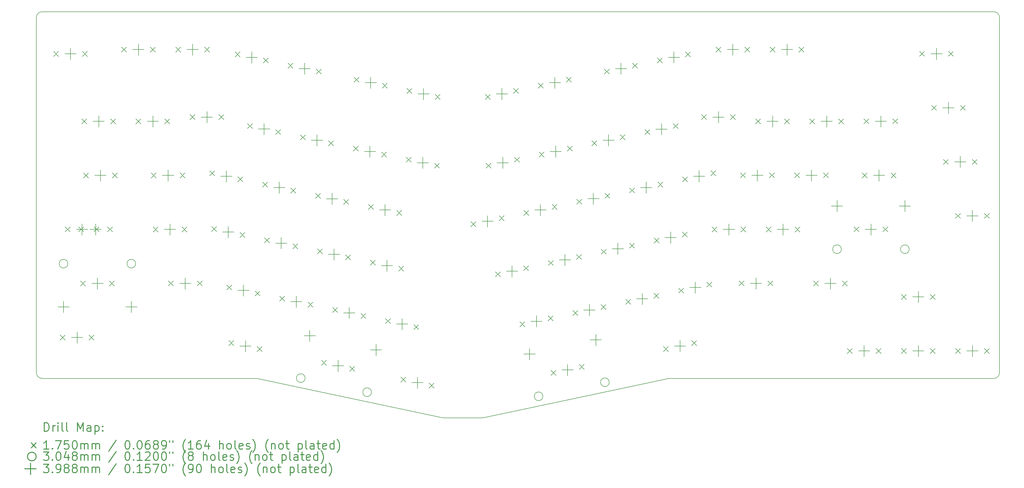
<source format=gbr>
%FSLAX45Y45*%
G04 Gerber Fmt 4.5, Leading zero omitted, Abs format (unit mm)*
G04 Created by KiCad (PCBNEW (5.1.10)-1) date 2021-09-23 19:07:07*
%MOMM*%
%LPD*%
G01*
G04 APERTURE LIST*
%TA.AperFunction,Profile*%
%ADD10C,0.150000*%
%TD*%
%ADD11C,0.200000*%
%ADD12C,0.300000*%
G04 APERTURE END LIST*
D10*
X36249995Y-15370750D02*
G75*
G03*
X36449995Y-15170750I0J200000D01*
G01*
X36249995Y-2443251D02*
G75*
G02*
X36449995Y-2643251I0J-200000D01*
G01*
X2741250Y-2443251D02*
G75*
G03*
X2541250Y-2643251I0J-200000D01*
G01*
X2741250Y-15370750D02*
G75*
G02*
X2541250Y-15170750I0J200000D01*
G01*
X18263000Y-16762523D02*
X24811000Y-15370750D01*
X16860000Y-16762523D02*
X18263000Y-16762523D01*
X10312670Y-15370750D02*
X16860000Y-16762523D01*
X24811000Y-15370750D02*
X36249995Y-15370750D01*
X2741250Y-15370750D02*
X10312670Y-15370750D01*
X2741250Y-2443251D02*
X36249995Y-2443251D01*
X36449995Y-2643251D02*
X36449995Y-15170750D01*
X2541250Y-2643251D02*
X2541250Y-15170750D01*
D11*
X3147190Y-3841880D02*
X3322190Y-4016880D01*
X3322190Y-3841880D02*
X3147190Y-4016880D01*
X3382140Y-13841860D02*
X3557140Y-14016860D01*
X3557140Y-13841860D02*
X3382140Y-14016860D01*
X3556130Y-10030590D02*
X3731130Y-10205590D01*
X3731130Y-10030590D02*
X3556130Y-10205590D01*
X4032380Y-10030590D02*
X4207380Y-10205590D01*
X4207380Y-10030590D02*
X4032380Y-10205590D01*
X4095880Y-11936860D02*
X4270880Y-12111860D01*
X4270880Y-11936860D02*
X4095880Y-12111860D01*
X4142870Y-6221860D02*
X4317870Y-6396860D01*
X4317870Y-6221860D02*
X4142870Y-6396860D01*
X4163190Y-3841880D02*
X4338190Y-4016880D01*
X4338190Y-3841880D02*
X4163190Y-4016880D01*
X4202560Y-8126860D02*
X4377560Y-8301860D01*
X4377560Y-8126860D02*
X4202560Y-8301860D01*
X4398140Y-13841860D02*
X4573140Y-14016860D01*
X4573140Y-13841860D02*
X4398140Y-14016860D01*
X4572130Y-10030590D02*
X4747130Y-10205590D01*
X4747130Y-10030590D02*
X4572130Y-10205590D01*
X5048380Y-10030590D02*
X5223380Y-10205590D01*
X5223380Y-10030590D02*
X5048380Y-10205590D01*
X5111880Y-11936860D02*
X5286880Y-12111860D01*
X5286880Y-11936860D02*
X5111880Y-12111860D01*
X5158870Y-6221860D02*
X5333870Y-6396860D01*
X5333870Y-6221860D02*
X5158870Y-6396860D01*
X5218560Y-8126860D02*
X5393560Y-8301860D01*
X5393560Y-8126860D02*
X5218560Y-8301860D01*
X5541140Y-3690750D02*
X5716140Y-3865750D01*
X5716140Y-3690750D02*
X5541140Y-3865750D01*
X6048337Y-6221860D02*
X6223337Y-6396860D01*
X6223337Y-6221860D02*
X6048337Y-6396860D01*
X6557140Y-3690750D02*
X6732140Y-3865750D01*
X6732140Y-3690750D02*
X6557140Y-3865750D01*
X6583810Y-8126860D02*
X6758810Y-8301860D01*
X6758810Y-8126860D02*
X6583810Y-8301860D01*
X6651120Y-10031860D02*
X6826120Y-10206860D01*
X6826120Y-10031860D02*
X6651120Y-10206860D01*
X7064337Y-6221860D02*
X7239337Y-6396860D01*
X7239337Y-6221860D02*
X7064337Y-6396860D01*
X7188330Y-11935590D02*
X7363330Y-12110590D01*
X7363330Y-11935590D02*
X7188330Y-12110590D01*
X7447410Y-3689480D02*
X7622410Y-3864480D01*
X7622410Y-3689480D02*
X7447410Y-3864480D01*
X7599810Y-8126860D02*
X7774810Y-8301860D01*
X7774810Y-8126860D02*
X7599810Y-8301860D01*
X7667120Y-10031860D02*
X7842120Y-10206860D01*
X7842120Y-10031860D02*
X7667120Y-10206860D01*
X7952870Y-6073270D02*
X8127870Y-6248270D01*
X8127870Y-6073270D02*
X7952870Y-6248270D01*
X8204330Y-11935590D02*
X8379330Y-12110590D01*
X8379330Y-11935590D02*
X8204330Y-12110590D01*
X8463410Y-3689480D02*
X8638410Y-3864480D01*
X8638410Y-3689480D02*
X8463410Y-3864480D01*
X8644691Y-8054261D02*
X8819691Y-8229261D01*
X8819691Y-8054261D02*
X8644691Y-8229261D01*
X8714541Y-10017681D02*
X8889541Y-10192681D01*
X8889541Y-10017681D02*
X8714541Y-10192681D01*
X8968870Y-6073270D02*
X9143870Y-6248270D01*
X9143870Y-6073270D02*
X8968870Y-6248270D01*
X9247941Y-12077621D02*
X9422941Y-12252621D01*
X9422941Y-12077621D02*
X9247941Y-12252621D01*
X9319061Y-14039771D02*
X9494061Y-14214771D01*
X9494061Y-14039771D02*
X9319061Y-14214771D01*
X9538771Y-3861991D02*
X9713771Y-4036991D01*
X9713771Y-3861991D02*
X9538771Y-4036991D01*
X9638489Y-8265499D02*
X9813489Y-8440499D01*
X9813489Y-8265499D02*
X9638489Y-8440499D01*
X9708339Y-10228919D02*
X9883339Y-10403919D01*
X9883339Y-10228919D02*
X9708339Y-10403919D01*
X9973111Y-6388021D02*
X10148111Y-6563021D01*
X10148111Y-6388021D02*
X9973111Y-6563021D01*
X10241739Y-12288859D02*
X10416739Y-12463859D01*
X10416739Y-12288859D02*
X10241739Y-12463859D01*
X10312859Y-14251009D02*
X10487859Y-14426009D01*
X10487859Y-14251009D02*
X10312859Y-14426009D01*
X10507781Y-8450501D02*
X10682781Y-8625501D01*
X10682781Y-8450501D02*
X10507781Y-8625501D01*
X10532569Y-4073229D02*
X10707569Y-4248229D01*
X10707569Y-4073229D02*
X10532569Y-4248229D01*
X10577631Y-10413921D02*
X10752631Y-10588921D01*
X10752631Y-10413921D02*
X10577631Y-10588921D01*
X10966909Y-6599259D02*
X11141909Y-6774259D01*
X11141909Y-6599259D02*
X10966909Y-6774259D01*
X11109761Y-12472591D02*
X11284761Y-12647591D01*
X11284761Y-12472591D02*
X11109761Y-12647591D01*
X11400591Y-4256961D02*
X11575591Y-4431961D01*
X11575591Y-4256961D02*
X11400591Y-4431961D01*
X11501579Y-8661739D02*
X11676579Y-8836739D01*
X11676579Y-8661739D02*
X11501579Y-8836739D01*
X11571429Y-10625159D02*
X11746429Y-10800159D01*
X11746429Y-10625159D02*
X11571429Y-10800159D01*
X11836201Y-6785531D02*
X12011201Y-6960531D01*
X12011201Y-6785531D02*
X11836201Y-6960531D01*
X12103559Y-12683829D02*
X12278559Y-12858829D01*
X12278559Y-12683829D02*
X12103559Y-12858829D01*
X12369601Y-8848011D02*
X12544601Y-9023011D01*
X12544601Y-8848011D02*
X12369601Y-9023011D01*
X12394389Y-4468199D02*
X12569389Y-4643199D01*
X12569389Y-4468199D02*
X12394389Y-4643199D01*
X12436911Y-10806351D02*
X12611911Y-10981351D01*
X12611911Y-10806351D02*
X12436911Y-10981351D01*
X12579151Y-14733191D02*
X12754151Y-14908191D01*
X12754151Y-14733191D02*
X12579151Y-14908191D01*
X12829999Y-6996769D02*
X13004999Y-7171769D01*
X13004999Y-6996769D02*
X12829999Y-7171769D01*
X12974121Y-12868831D02*
X13149121Y-13043831D01*
X13149121Y-12868831D02*
X12974121Y-13043831D01*
X13363399Y-9059249D02*
X13538399Y-9234249D01*
X13538399Y-9059249D02*
X13363399Y-9234249D01*
X13430709Y-11017589D02*
X13605709Y-11192589D01*
X13605709Y-11017589D02*
X13430709Y-11192589D01*
X13572949Y-14944429D02*
X13747949Y-15119429D01*
X13747949Y-14944429D02*
X13572949Y-15119429D01*
X13700561Y-7181771D02*
X13875561Y-7356771D01*
X13875561Y-7181771D02*
X13700561Y-7356771D01*
X13727231Y-4753531D02*
X13902231Y-4928531D01*
X13902231Y-4753531D02*
X13727231Y-4928531D01*
X13967919Y-13080069D02*
X14142919Y-13255069D01*
X14142919Y-13080069D02*
X13967919Y-13255069D01*
X14233961Y-9239171D02*
X14408961Y-9414171D01*
X14408961Y-9239171D02*
X14233961Y-9414171D01*
X14301271Y-11202591D02*
X14476271Y-11377591D01*
X14476271Y-11202591D02*
X14301271Y-11377591D01*
X14694359Y-7393009D02*
X14869359Y-7568009D01*
X14869359Y-7393009D02*
X14694359Y-7568009D01*
X14721029Y-4964769D02*
X14896029Y-5139769D01*
X14896029Y-4964769D02*
X14721029Y-5139769D01*
X14837211Y-13263801D02*
X15012211Y-13438801D01*
X15012211Y-13263801D02*
X14837211Y-13438801D01*
X15227759Y-9450409D02*
X15402759Y-9625409D01*
X15402759Y-9450409D02*
X15227759Y-9625409D01*
X15295069Y-11413829D02*
X15470069Y-11588829D01*
X15470069Y-11413829D02*
X15295069Y-11588829D01*
X15374421Y-15326281D02*
X15549421Y-15501281D01*
X15549421Y-15326281D02*
X15374421Y-15501281D01*
X15564921Y-7575471D02*
X15739921Y-7750471D01*
X15739921Y-7575471D02*
X15564921Y-7750471D01*
X15589051Y-5149771D02*
X15764051Y-5324771D01*
X15764051Y-5149771D02*
X15589051Y-5324771D01*
X15831009Y-13475039D02*
X16006009Y-13650039D01*
X16006009Y-13475039D02*
X15831009Y-13650039D01*
X16368219Y-15537519D02*
X16543219Y-15712519D01*
X16543219Y-15537519D02*
X16368219Y-15712519D01*
X16558719Y-7786709D02*
X16733719Y-7961709D01*
X16733719Y-7786709D02*
X16558719Y-7961709D01*
X16582849Y-5361009D02*
X16757849Y-5536009D01*
X16757849Y-5361009D02*
X16582849Y-5536009D01*
X17842031Y-9847919D02*
X18017031Y-10022919D01*
X18017031Y-9847919D02*
X17842031Y-10022919D01*
X18347491Y-5359739D02*
X18522491Y-5534739D01*
X18522491Y-5359739D02*
X18347491Y-5534739D01*
X18376701Y-7786709D02*
X18551701Y-7961709D01*
X18551701Y-7786709D02*
X18376701Y-7961709D01*
X18703091Y-11611949D02*
X18878091Y-11786949D01*
X18878091Y-11611949D02*
X18703091Y-11786949D01*
X18835829Y-9636681D02*
X19010829Y-9811681D01*
X19010829Y-9636681D02*
X18835829Y-9811681D01*
X19341289Y-5148501D02*
X19516289Y-5323501D01*
X19516289Y-5148501D02*
X19341289Y-5323501D01*
X19370499Y-7575471D02*
X19545499Y-7750471D01*
X19545499Y-7575471D02*
X19370499Y-7750471D01*
X19564151Y-13377249D02*
X19739151Y-13552249D01*
X19739151Y-13377249D02*
X19564151Y-13552249D01*
X19696889Y-11400711D02*
X19871889Y-11575711D01*
X19871889Y-11400711D02*
X19696889Y-11575711D01*
X19703851Y-9450409D02*
X19878851Y-9625409D01*
X19878851Y-9450409D02*
X19703851Y-9625409D01*
X20210581Y-4963499D02*
X20385581Y-5138499D01*
X20385581Y-4963499D02*
X20210581Y-5138499D01*
X20241061Y-7391739D02*
X20416061Y-7566739D01*
X20416061Y-7391739D02*
X20241061Y-7566739D01*
X20557949Y-13166011D02*
X20732949Y-13341011D01*
X20732949Y-13166011D02*
X20557949Y-13341011D01*
X20566181Y-11214439D02*
X20741181Y-11389439D01*
X20741181Y-11214439D02*
X20566181Y-11389439D01*
X20660161Y-15089209D02*
X20835161Y-15264209D01*
X20835161Y-15089209D02*
X20660161Y-15264209D01*
X20697649Y-9239171D02*
X20872649Y-9414171D01*
X20872649Y-9239171D02*
X20697649Y-9414171D01*
X21204379Y-4752261D02*
X21379379Y-4927261D01*
X21379379Y-4752261D02*
X21204379Y-4927261D01*
X21234859Y-7180501D02*
X21409859Y-7355501D01*
X21409859Y-7180501D02*
X21234859Y-7355501D01*
X21428511Y-12979739D02*
X21603511Y-13154739D01*
X21603511Y-12979739D02*
X21428511Y-13154739D01*
X21559979Y-11003201D02*
X21734979Y-11178201D01*
X21734979Y-11003201D02*
X21559979Y-11178201D01*
X21565671Y-9055439D02*
X21740671Y-9230439D01*
X21740671Y-9055439D02*
X21565671Y-9230439D01*
X21653959Y-14877971D02*
X21828959Y-15052971D01*
X21828959Y-14877971D02*
X21653959Y-15052971D01*
X22101611Y-6994229D02*
X22276611Y-7169229D01*
X22276611Y-6994229D02*
X22101611Y-7169229D01*
X22422309Y-12768501D02*
X22597309Y-12943501D01*
X22597309Y-12768501D02*
X22422309Y-12943501D01*
X22429271Y-10816929D02*
X22604271Y-10991929D01*
X22604271Y-10816929D02*
X22429271Y-10991929D01*
X22538491Y-4468199D02*
X22713491Y-4643199D01*
X22713491Y-4468199D02*
X22538491Y-4643199D01*
X22559469Y-8844201D02*
X22734469Y-9019201D01*
X22734469Y-8844201D02*
X22559469Y-9019201D01*
X23095409Y-6782991D02*
X23270409Y-6957991D01*
X23270409Y-6782991D02*
X23095409Y-6957991D01*
X23290331Y-12583499D02*
X23465331Y-12758499D01*
X23465331Y-12583499D02*
X23290331Y-12758499D01*
X23423069Y-10605691D02*
X23598069Y-10780691D01*
X23598069Y-10605691D02*
X23423069Y-10780691D01*
X23428761Y-8659199D02*
X23603761Y-8834199D01*
X23603761Y-8659199D02*
X23428761Y-8834199D01*
X23532289Y-4256961D02*
X23707289Y-4431961D01*
X23707289Y-4256961D02*
X23532289Y-4431961D01*
X23967241Y-6600529D02*
X24142241Y-6775529D01*
X24142241Y-6600529D02*
X23967241Y-6775529D01*
X24284129Y-12372261D02*
X24459129Y-12547261D01*
X24459129Y-12372261D02*
X24284129Y-12547261D01*
X24289821Y-10423229D02*
X24464821Y-10598229D01*
X24464821Y-10423229D02*
X24289821Y-10598229D01*
X24401581Y-4071959D02*
X24576581Y-4246959D01*
X24576581Y-4071959D02*
X24401581Y-4246959D01*
X24422559Y-8447961D02*
X24597559Y-8622961D01*
X24597559Y-8447961D02*
X24422559Y-8622961D01*
X24618751Y-14248469D02*
X24793751Y-14423469D01*
X24793751Y-14248469D02*
X24618751Y-14423469D01*
X24961039Y-6389291D02*
X25136039Y-6564291D01*
X25136039Y-6389291D02*
X24961039Y-6564291D01*
X25154691Y-12187259D02*
X25329691Y-12362259D01*
X25329691Y-12187259D02*
X25154691Y-12362259D01*
X25283619Y-10211991D02*
X25458619Y-10386991D01*
X25458619Y-10211991D02*
X25283619Y-10386991D01*
X25291851Y-8264229D02*
X25466851Y-8439229D01*
X25466851Y-8264229D02*
X25291851Y-8439229D01*
X25395379Y-3860721D02*
X25570379Y-4035721D01*
X25570379Y-3860721D02*
X25395379Y-4035721D01*
X25612549Y-14037231D02*
X25787549Y-14212231D01*
X25787549Y-14037231D02*
X25612549Y-14212231D01*
X25961470Y-6072000D02*
X26136470Y-6247000D01*
X26136470Y-6072000D02*
X25961470Y-6247000D01*
X26148489Y-11976021D02*
X26323489Y-12151021D01*
X26323489Y-11976021D02*
X26148489Y-12151021D01*
X26285649Y-8052991D02*
X26460649Y-8227991D01*
X26460649Y-8052991D02*
X26285649Y-8227991D01*
X26328500Y-10033130D02*
X26503500Y-10208130D01*
X26503500Y-10033130D02*
X26328500Y-10208130D01*
X26466930Y-3692020D02*
X26641930Y-3867020D01*
X26641930Y-3692020D02*
X26466930Y-3867020D01*
X26977470Y-6072000D02*
X27152470Y-6247000D01*
X27152470Y-6072000D02*
X26977470Y-6247000D01*
X27281000Y-11935590D02*
X27456000Y-12110590D01*
X27456000Y-11935590D02*
X27281000Y-12110590D01*
X27330530Y-8125590D02*
X27505530Y-8300590D01*
X27505530Y-8125590D02*
X27330530Y-8300590D01*
X27344500Y-10033130D02*
X27519500Y-10208130D01*
X27519500Y-10033130D02*
X27344500Y-10208130D01*
X27482930Y-3692020D02*
X27657930Y-3867020D01*
X27657930Y-3692020D02*
X27482930Y-3867020D01*
X27865200Y-6221860D02*
X28040200Y-6396860D01*
X28040200Y-6221860D02*
X27865200Y-6396860D01*
X28233500Y-10033130D02*
X28408500Y-10208130D01*
X28408500Y-10033130D02*
X28233500Y-10208130D01*
X28297000Y-11935590D02*
X28472000Y-12110590D01*
X28472000Y-11935590D02*
X28297000Y-12110590D01*
X28346530Y-8125590D02*
X28521530Y-8300590D01*
X28521530Y-8125590D02*
X28346530Y-8300590D01*
X28373200Y-3692020D02*
X28548200Y-3867020D01*
X28548200Y-3692020D02*
X28373200Y-3867020D01*
X28881200Y-6221860D02*
X29056200Y-6396860D01*
X29056200Y-6221860D02*
X28881200Y-6396860D01*
X29234260Y-8125590D02*
X29409260Y-8300590D01*
X29409260Y-8125590D02*
X29234260Y-8300590D01*
X29249500Y-10033130D02*
X29424500Y-10208130D01*
X29424500Y-10033130D02*
X29249500Y-10208130D01*
X29389200Y-3692020D02*
X29564200Y-3867020D01*
X29564200Y-3692020D02*
X29389200Y-3867020D01*
X29771470Y-6221860D02*
X29946470Y-6396860D01*
X29946470Y-6221860D02*
X29771470Y-6396860D01*
X29902280Y-11936860D02*
X30077280Y-12111860D01*
X30077280Y-11936860D02*
X29902280Y-12111860D01*
X30250260Y-8125590D02*
X30425260Y-8300590D01*
X30425260Y-8125590D02*
X30250260Y-8300590D01*
X30787470Y-6221860D02*
X30962470Y-6396860D01*
X30962470Y-6221860D02*
X30787470Y-6396860D01*
X30918280Y-11936860D02*
X31093280Y-12111860D01*
X31093280Y-11936860D02*
X30918280Y-12111860D01*
X31089730Y-14316840D02*
X31264730Y-14491840D01*
X31264730Y-14316840D02*
X31089730Y-14491840D01*
X31328490Y-10030590D02*
X31503490Y-10205590D01*
X31503490Y-10030590D02*
X31328490Y-10205590D01*
X31615510Y-8126860D02*
X31790510Y-8301860D01*
X31790510Y-8126860D02*
X31615510Y-8301860D01*
X31675200Y-6220590D02*
X31850200Y-6395590D01*
X31850200Y-6220590D02*
X31675200Y-6395590D01*
X32105730Y-14316840D02*
X32280730Y-14491840D01*
X32280730Y-14316840D02*
X32105730Y-14491840D01*
X32344490Y-10030590D02*
X32519490Y-10205590D01*
X32519490Y-10030590D02*
X32344490Y-10205590D01*
X32631510Y-8126860D02*
X32806510Y-8301860D01*
X32806510Y-8126860D02*
X32631510Y-8301860D01*
X32691200Y-6220590D02*
X32866200Y-6395590D01*
X32866200Y-6220590D02*
X32691200Y-6395590D01*
X32996000Y-12411840D02*
X33171000Y-12586840D01*
X33171000Y-12411840D02*
X32996000Y-12586840D01*
X32996000Y-14316840D02*
X33171000Y-14491840D01*
X33171000Y-14316840D02*
X32996000Y-14491840D01*
X33636080Y-3840610D02*
X33811080Y-4015610D01*
X33811080Y-3840610D02*
X33636080Y-4015610D01*
X34012000Y-12411840D02*
X34187000Y-12586840D01*
X34187000Y-12411840D02*
X34012000Y-12586840D01*
X34012000Y-14316840D02*
X34187000Y-14491840D01*
X34187000Y-14316840D02*
X34012000Y-14491840D01*
X34057720Y-5745610D02*
X34232720Y-5920610D01*
X34232720Y-5745610D02*
X34057720Y-5920610D01*
X34473010Y-7649340D02*
X34648010Y-7824340D01*
X34648010Y-7649340D02*
X34473010Y-7824340D01*
X34652080Y-3840610D02*
X34827080Y-4015610D01*
X34827080Y-3840610D02*
X34652080Y-4015610D01*
X34899730Y-9554340D02*
X35074730Y-9729340D01*
X35074730Y-9554340D02*
X34899730Y-9729340D01*
X34901000Y-14316840D02*
X35076000Y-14491840D01*
X35076000Y-14316840D02*
X34901000Y-14491840D01*
X35073720Y-5745610D02*
X35248720Y-5920610D01*
X35248720Y-5745610D02*
X35073720Y-5920610D01*
X35489010Y-7649340D02*
X35664010Y-7824340D01*
X35664010Y-7649340D02*
X35489010Y-7824340D01*
X35915730Y-9554340D02*
X36090730Y-9729340D01*
X36090730Y-9554340D02*
X35915730Y-9729340D01*
X35917000Y-14316840D02*
X36092000Y-14491840D01*
X36092000Y-14316840D02*
X35917000Y-14491840D01*
X3649980Y-11325860D02*
G75*
G03*
X3649980Y-11325860I-152400J0D01*
G01*
X6037580Y-11325860D02*
G75*
G03*
X6037580Y-11325860I-152400J0D01*
G01*
X12003011Y-15361341D02*
G75*
G03*
X12003011Y-15361341I-152400J0D01*
G01*
X14338436Y-15857751D02*
G75*
G03*
X14338436Y-15857751I-152400J0D01*
G01*
X20374474Y-16002531D02*
G75*
G03*
X20374474Y-16002531I-152400J0D01*
G01*
X22709899Y-15506121D02*
G75*
G03*
X22709899Y-15506121I-152400J0D01*
G01*
X30882590Y-10816590D02*
G75*
G03*
X30882590Y-10816590I-152400J0D01*
G01*
X33270190Y-10816590D02*
G75*
G03*
X33270190Y-10816590I-152400J0D01*
G01*
X3497580Y-12650470D02*
X3497580Y-13049250D01*
X3298190Y-12849860D02*
X3696970Y-12849860D01*
X3742690Y-3729990D02*
X3742690Y-4128770D01*
X3543300Y-3929380D02*
X3942080Y-3929380D01*
X3977640Y-13729970D02*
X3977640Y-14128750D01*
X3778250Y-13929360D02*
X4177030Y-13929360D01*
X4151630Y-9918700D02*
X4151630Y-10317480D01*
X3952240Y-10118090D02*
X4351020Y-10118090D01*
X4627880Y-9918700D02*
X4627880Y-10317480D01*
X4428490Y-10118090D02*
X4827270Y-10118090D01*
X4691380Y-11824970D02*
X4691380Y-12223750D01*
X4491990Y-12024360D02*
X4890770Y-12024360D01*
X4738370Y-6109970D02*
X4738370Y-6508750D01*
X4538980Y-6309360D02*
X4937760Y-6309360D01*
X4798060Y-8014970D02*
X4798060Y-8413750D01*
X4598670Y-8214360D02*
X4997450Y-8214360D01*
X5885180Y-12650470D02*
X5885180Y-13049250D01*
X5685790Y-12849860D02*
X6084570Y-12849860D01*
X6136640Y-3578860D02*
X6136640Y-3977640D01*
X5937250Y-3778250D02*
X6336030Y-3778250D01*
X6643837Y-6109970D02*
X6643837Y-6508750D01*
X6444447Y-6309360D02*
X6843227Y-6309360D01*
X7179310Y-8014970D02*
X7179310Y-8413750D01*
X6979920Y-8214360D02*
X7378700Y-8214360D01*
X7246620Y-9919970D02*
X7246620Y-10318750D01*
X7047230Y-10119360D02*
X7446010Y-10119360D01*
X7783830Y-11823700D02*
X7783830Y-12222480D01*
X7584440Y-12023090D02*
X7983220Y-12023090D01*
X8042910Y-3577590D02*
X8042910Y-3976370D01*
X7843520Y-3776980D02*
X8242300Y-3776980D01*
X8548370Y-5961380D02*
X8548370Y-6360160D01*
X8348980Y-6160770D02*
X8747760Y-6160770D01*
X9229090Y-8047990D02*
X9229090Y-8446770D01*
X9029700Y-8247380D02*
X9428480Y-8247380D01*
X9298940Y-10011410D02*
X9298940Y-10410190D01*
X9099550Y-10210800D02*
X9498330Y-10210800D01*
X9832340Y-12071350D02*
X9832340Y-12470130D01*
X9632950Y-12270740D02*
X10031730Y-12270740D01*
X9903460Y-14033500D02*
X9903460Y-14432280D01*
X9704070Y-14232890D02*
X10102850Y-14232890D01*
X10123170Y-3855720D02*
X10123170Y-4254500D01*
X9923780Y-4055110D02*
X10322560Y-4055110D01*
X10557510Y-6381750D02*
X10557510Y-6780530D01*
X10358120Y-6581140D02*
X10756900Y-6581140D01*
X11092180Y-8444230D02*
X11092180Y-8843010D01*
X10892790Y-8643620D02*
X11291570Y-8643620D01*
X11162030Y-10407650D02*
X11162030Y-10806430D01*
X10962640Y-10607040D02*
X11361420Y-10607040D01*
X11694160Y-12466320D02*
X11694160Y-12865100D01*
X11494770Y-12665710D02*
X11893550Y-12665710D01*
X11984990Y-4250690D02*
X11984990Y-4649470D01*
X11785600Y-4450080D02*
X12184380Y-4450080D01*
X12167468Y-13671254D02*
X12167468Y-14070034D01*
X11968078Y-13870644D02*
X12366858Y-13870644D01*
X12420600Y-6779260D02*
X12420600Y-7178040D01*
X12221210Y-6978650D02*
X12619990Y-6978650D01*
X12954000Y-8841740D02*
X12954000Y-9240520D01*
X12754610Y-9041130D02*
X13153390Y-9041130D01*
X13021310Y-10800080D02*
X13021310Y-11198860D01*
X12821920Y-10999470D02*
X13220700Y-10999470D01*
X13163550Y-14726920D02*
X13163550Y-15125700D01*
X12964160Y-14926310D02*
X13362940Y-14926310D01*
X13558520Y-12862560D02*
X13558520Y-13261340D01*
X13359130Y-13061950D02*
X13757910Y-13061950D01*
X14284960Y-7175500D02*
X14284960Y-7574280D01*
X14085570Y-7374890D02*
X14484350Y-7374890D01*
X14311630Y-4747260D02*
X14311630Y-5146040D01*
X14112240Y-4946650D02*
X14511020Y-4946650D01*
X14502894Y-14167664D02*
X14502894Y-14566444D01*
X14303504Y-14367054D02*
X14702284Y-14367054D01*
X14818360Y-9232900D02*
X14818360Y-9631680D01*
X14618970Y-9432290D02*
X15017750Y-9432290D01*
X14885670Y-11196320D02*
X14885670Y-11595100D01*
X14686280Y-11395710D02*
X15085060Y-11395710D01*
X15421610Y-13257530D02*
X15421610Y-13656310D01*
X15222220Y-13456920D02*
X15621000Y-13456920D01*
X15958820Y-15320010D02*
X15958820Y-15718790D01*
X15759430Y-15519400D02*
X16158210Y-15519400D01*
X16149320Y-7569200D02*
X16149320Y-7967980D01*
X15949930Y-7768590D02*
X16348710Y-7768590D01*
X16173450Y-5143500D02*
X16173450Y-5542280D01*
X15974060Y-5342890D02*
X16372840Y-5342890D01*
X18426430Y-9630410D02*
X18426430Y-10029190D01*
X18227040Y-9829800D02*
X18625820Y-9829800D01*
X18931890Y-5142230D02*
X18931890Y-5541010D01*
X18732500Y-5341620D02*
X19131280Y-5341620D01*
X18961100Y-7569200D02*
X18961100Y-7967980D01*
X18761710Y-7768590D02*
X19160490Y-7768590D01*
X19287490Y-11394440D02*
X19287490Y-11793220D01*
X19088100Y-11593830D02*
X19486880Y-11593830D01*
X19905216Y-14312444D02*
X19905216Y-14711224D01*
X19705826Y-14511834D02*
X20104606Y-14511834D01*
X20148550Y-13159740D02*
X20148550Y-13558520D01*
X19949160Y-13359130D02*
X20347940Y-13359130D01*
X20288250Y-9232900D02*
X20288250Y-9631680D01*
X20088860Y-9432290D02*
X20487640Y-9432290D01*
X20794980Y-4745990D02*
X20794980Y-5144770D01*
X20595590Y-4945380D02*
X20994370Y-4945380D01*
X20825460Y-7174230D02*
X20825460Y-7573010D01*
X20626070Y-7373620D02*
X21024850Y-7373620D01*
X21150580Y-10996930D02*
X21150580Y-11395710D01*
X20951190Y-11196320D02*
X21349970Y-11196320D01*
X21244560Y-14871700D02*
X21244560Y-15270480D01*
X21045170Y-15071090D02*
X21443950Y-15071090D01*
X22012910Y-12762230D02*
X22012910Y-13161010D01*
X21813520Y-12961620D02*
X22212300Y-12961620D01*
X22150070Y-8837930D02*
X22150070Y-9236710D01*
X21950680Y-9037320D02*
X22349460Y-9037320D01*
X22240642Y-13816034D02*
X22240642Y-14214814D01*
X22041252Y-14015424D02*
X22440031Y-14015424D01*
X22686010Y-6776720D02*
X22686010Y-7175500D01*
X22486620Y-6976110D02*
X22885400Y-6976110D01*
X23013670Y-10599420D02*
X23013670Y-10998200D01*
X22814280Y-10798810D02*
X23213060Y-10798810D01*
X23122890Y-4250690D02*
X23122890Y-4649470D01*
X22923500Y-4450080D02*
X23322280Y-4450080D01*
X23874730Y-12365990D02*
X23874730Y-12764770D01*
X23675340Y-12565380D02*
X24074120Y-12565380D01*
X24013160Y-8441690D02*
X24013160Y-8840470D01*
X23813770Y-8641080D02*
X24212550Y-8641080D01*
X24551640Y-6383020D02*
X24551640Y-6781800D01*
X24352250Y-6582410D02*
X24751030Y-6582410D01*
X24874220Y-10205720D02*
X24874220Y-10604500D01*
X24674830Y-10405110D02*
X25073610Y-10405110D01*
X24985980Y-3854450D02*
X24985980Y-4253230D01*
X24786590Y-4053840D02*
X25185370Y-4053840D01*
X25203150Y-14030960D02*
X25203150Y-14429740D01*
X25003760Y-14230350D02*
X25402540Y-14230350D01*
X25739090Y-11969750D02*
X25739090Y-12368530D01*
X25539700Y-12169140D02*
X25938480Y-12169140D01*
X25876250Y-8046720D02*
X25876250Y-8445500D01*
X25676860Y-8246110D02*
X26075640Y-8246110D01*
X26556970Y-5960110D02*
X26556970Y-6358890D01*
X26357580Y-6159500D02*
X26756360Y-6159500D01*
X26924000Y-9921240D02*
X26924000Y-10320020D01*
X26724610Y-10120630D02*
X27123390Y-10120630D01*
X27062430Y-3580130D02*
X27062430Y-3978910D01*
X26863040Y-3779520D02*
X27261820Y-3779520D01*
X27876500Y-11823700D02*
X27876500Y-12222480D01*
X27677110Y-12023090D02*
X28075890Y-12023090D01*
X27926030Y-8013700D02*
X27926030Y-8412480D01*
X27726640Y-8213090D02*
X28125420Y-8213090D01*
X28460700Y-6109970D02*
X28460700Y-6508750D01*
X28261310Y-6309360D02*
X28660090Y-6309360D01*
X28829000Y-9921240D02*
X28829000Y-10320020D01*
X28629610Y-10120630D02*
X29028390Y-10120630D01*
X28968700Y-3580130D02*
X28968700Y-3978910D01*
X28769310Y-3779520D02*
X29168090Y-3779520D01*
X29829760Y-8013700D02*
X29829760Y-8412480D01*
X29630370Y-8213090D02*
X30029150Y-8213090D01*
X30366970Y-6109970D02*
X30366970Y-6508750D01*
X30167580Y-6309360D02*
X30566360Y-6309360D01*
X30497780Y-11824970D02*
X30497780Y-12223750D01*
X30298390Y-12024360D02*
X30697170Y-12024360D01*
X30730190Y-9093200D02*
X30730190Y-9491980D01*
X30530800Y-9292590D02*
X30929580Y-9292590D01*
X31685230Y-14204950D02*
X31685230Y-14603730D01*
X31485840Y-14404340D02*
X31884620Y-14404340D01*
X31923990Y-9918700D02*
X31923990Y-10317480D01*
X31724600Y-10118090D02*
X32123380Y-10118090D01*
X32211010Y-8014970D02*
X32211010Y-8413750D01*
X32011620Y-8214360D02*
X32410400Y-8214360D01*
X32270700Y-6108700D02*
X32270700Y-6507480D01*
X32071310Y-6308090D02*
X32470090Y-6308090D01*
X33117790Y-9093200D02*
X33117790Y-9491980D01*
X32918400Y-9292590D02*
X33317180Y-9292590D01*
X33591500Y-12299950D02*
X33591500Y-12698730D01*
X33392110Y-12499340D02*
X33790890Y-12499340D01*
X33591500Y-14204950D02*
X33591500Y-14603730D01*
X33392110Y-14404340D02*
X33790890Y-14404340D01*
X34231580Y-3728720D02*
X34231580Y-4127500D01*
X34032190Y-3928110D02*
X34430970Y-3928110D01*
X34653220Y-5633720D02*
X34653220Y-6032500D01*
X34453830Y-5833110D02*
X34852610Y-5833110D01*
X35068510Y-7537450D02*
X35068510Y-7936230D01*
X34869120Y-7736840D02*
X35267900Y-7736840D01*
X35495230Y-9442450D02*
X35495230Y-9841230D01*
X35295840Y-9641840D02*
X35694620Y-9641840D01*
X35496500Y-14204950D02*
X35496500Y-14603730D01*
X35297110Y-14404340D02*
X35695890Y-14404340D01*
D12*
X2820178Y-17235738D02*
X2820178Y-16935738D01*
X2891607Y-16935738D01*
X2934464Y-16950023D01*
X2963036Y-16978595D01*
X2977321Y-17007166D01*
X2991607Y-17064309D01*
X2991607Y-17107166D01*
X2977321Y-17164309D01*
X2963036Y-17192880D01*
X2934464Y-17221452D01*
X2891607Y-17235738D01*
X2820178Y-17235738D01*
X3120178Y-17235738D02*
X3120178Y-17035738D01*
X3120178Y-17092880D02*
X3134464Y-17064309D01*
X3148750Y-17050023D01*
X3177321Y-17035738D01*
X3205893Y-17035738D01*
X3305893Y-17235738D02*
X3305893Y-17035738D01*
X3305893Y-16935738D02*
X3291607Y-16950023D01*
X3305893Y-16964309D01*
X3320178Y-16950023D01*
X3305893Y-16935738D01*
X3305893Y-16964309D01*
X3491607Y-17235738D02*
X3463036Y-17221452D01*
X3448750Y-17192880D01*
X3448750Y-16935738D01*
X3648750Y-17235738D02*
X3620178Y-17221452D01*
X3605893Y-17192880D01*
X3605893Y-16935738D01*
X3991607Y-17235738D02*
X3991607Y-16935738D01*
X4091607Y-17150023D01*
X4191607Y-16935738D01*
X4191607Y-17235738D01*
X4463036Y-17235738D02*
X4463036Y-17078595D01*
X4448750Y-17050023D01*
X4420178Y-17035738D01*
X4363036Y-17035738D01*
X4334464Y-17050023D01*
X4463036Y-17221452D02*
X4434464Y-17235738D01*
X4363036Y-17235738D01*
X4334464Y-17221452D01*
X4320178Y-17192880D01*
X4320178Y-17164309D01*
X4334464Y-17135738D01*
X4363036Y-17121452D01*
X4434464Y-17121452D01*
X4463036Y-17107166D01*
X4605893Y-17035738D02*
X4605893Y-17335738D01*
X4605893Y-17050023D02*
X4634464Y-17035738D01*
X4691607Y-17035738D01*
X4720178Y-17050023D01*
X4734464Y-17064309D01*
X4748750Y-17092880D01*
X4748750Y-17178595D01*
X4734464Y-17207166D01*
X4720178Y-17221452D01*
X4691607Y-17235738D01*
X4634464Y-17235738D01*
X4605893Y-17221452D01*
X4877321Y-17207166D02*
X4891607Y-17221452D01*
X4877321Y-17235738D01*
X4863036Y-17221452D01*
X4877321Y-17207166D01*
X4877321Y-17235738D01*
X4877321Y-17050023D02*
X4891607Y-17064309D01*
X4877321Y-17078595D01*
X4863036Y-17064309D01*
X4877321Y-17050023D01*
X4877321Y-17078595D01*
X2358750Y-17642523D02*
X2533750Y-17817523D01*
X2533750Y-17642523D02*
X2358750Y-17817523D01*
X2977321Y-17865738D02*
X2805893Y-17865738D01*
X2891607Y-17865738D02*
X2891607Y-17565738D01*
X2863036Y-17608595D01*
X2834464Y-17637166D01*
X2805893Y-17651452D01*
X3105893Y-17837166D02*
X3120178Y-17851452D01*
X3105893Y-17865738D01*
X3091607Y-17851452D01*
X3105893Y-17837166D01*
X3105893Y-17865738D01*
X3220178Y-17565738D02*
X3420178Y-17565738D01*
X3291607Y-17865738D01*
X3677321Y-17565738D02*
X3534464Y-17565738D01*
X3520178Y-17708595D01*
X3534464Y-17694309D01*
X3563036Y-17680023D01*
X3634464Y-17680023D01*
X3663036Y-17694309D01*
X3677321Y-17708595D01*
X3691607Y-17737166D01*
X3691607Y-17808595D01*
X3677321Y-17837166D01*
X3663036Y-17851452D01*
X3634464Y-17865738D01*
X3563036Y-17865738D01*
X3534464Y-17851452D01*
X3520178Y-17837166D01*
X3877321Y-17565738D02*
X3905893Y-17565738D01*
X3934464Y-17580023D01*
X3948750Y-17594309D01*
X3963036Y-17622880D01*
X3977321Y-17680023D01*
X3977321Y-17751452D01*
X3963036Y-17808595D01*
X3948750Y-17837166D01*
X3934464Y-17851452D01*
X3905893Y-17865738D01*
X3877321Y-17865738D01*
X3848750Y-17851452D01*
X3834464Y-17837166D01*
X3820178Y-17808595D01*
X3805893Y-17751452D01*
X3805893Y-17680023D01*
X3820178Y-17622880D01*
X3834464Y-17594309D01*
X3848750Y-17580023D01*
X3877321Y-17565738D01*
X4105893Y-17865738D02*
X4105893Y-17665738D01*
X4105893Y-17694309D02*
X4120178Y-17680023D01*
X4148750Y-17665738D01*
X4191607Y-17665738D01*
X4220178Y-17680023D01*
X4234464Y-17708595D01*
X4234464Y-17865738D01*
X4234464Y-17708595D02*
X4248750Y-17680023D01*
X4277321Y-17665738D01*
X4320178Y-17665738D01*
X4348750Y-17680023D01*
X4363036Y-17708595D01*
X4363036Y-17865738D01*
X4505893Y-17865738D02*
X4505893Y-17665738D01*
X4505893Y-17694309D02*
X4520178Y-17680023D01*
X4548750Y-17665738D01*
X4591607Y-17665738D01*
X4620178Y-17680023D01*
X4634464Y-17708595D01*
X4634464Y-17865738D01*
X4634464Y-17708595D02*
X4648750Y-17680023D01*
X4677321Y-17665738D01*
X4720178Y-17665738D01*
X4748750Y-17680023D01*
X4763036Y-17708595D01*
X4763036Y-17865738D01*
X5348750Y-17551452D02*
X5091607Y-17937166D01*
X5734464Y-17565738D02*
X5763036Y-17565738D01*
X5791607Y-17580023D01*
X5805893Y-17594309D01*
X5820178Y-17622880D01*
X5834464Y-17680023D01*
X5834464Y-17751452D01*
X5820178Y-17808595D01*
X5805893Y-17837166D01*
X5791607Y-17851452D01*
X5763036Y-17865738D01*
X5734464Y-17865738D01*
X5705893Y-17851452D01*
X5691607Y-17837166D01*
X5677321Y-17808595D01*
X5663036Y-17751452D01*
X5663036Y-17680023D01*
X5677321Y-17622880D01*
X5691607Y-17594309D01*
X5705893Y-17580023D01*
X5734464Y-17565738D01*
X5963036Y-17837166D02*
X5977321Y-17851452D01*
X5963036Y-17865738D01*
X5948750Y-17851452D01*
X5963036Y-17837166D01*
X5963036Y-17865738D01*
X6163036Y-17565738D02*
X6191607Y-17565738D01*
X6220178Y-17580023D01*
X6234464Y-17594309D01*
X6248750Y-17622880D01*
X6263036Y-17680023D01*
X6263036Y-17751452D01*
X6248750Y-17808595D01*
X6234464Y-17837166D01*
X6220178Y-17851452D01*
X6191607Y-17865738D01*
X6163036Y-17865738D01*
X6134464Y-17851452D01*
X6120178Y-17837166D01*
X6105893Y-17808595D01*
X6091607Y-17751452D01*
X6091607Y-17680023D01*
X6105893Y-17622880D01*
X6120178Y-17594309D01*
X6134464Y-17580023D01*
X6163036Y-17565738D01*
X6520178Y-17565738D02*
X6463036Y-17565738D01*
X6434464Y-17580023D01*
X6420178Y-17594309D01*
X6391607Y-17637166D01*
X6377321Y-17694309D01*
X6377321Y-17808595D01*
X6391607Y-17837166D01*
X6405893Y-17851452D01*
X6434464Y-17865738D01*
X6491607Y-17865738D01*
X6520178Y-17851452D01*
X6534464Y-17837166D01*
X6548750Y-17808595D01*
X6548750Y-17737166D01*
X6534464Y-17708595D01*
X6520178Y-17694309D01*
X6491607Y-17680023D01*
X6434464Y-17680023D01*
X6405893Y-17694309D01*
X6391607Y-17708595D01*
X6377321Y-17737166D01*
X6720178Y-17694309D02*
X6691607Y-17680023D01*
X6677321Y-17665738D01*
X6663036Y-17637166D01*
X6663036Y-17622880D01*
X6677321Y-17594309D01*
X6691607Y-17580023D01*
X6720178Y-17565738D01*
X6777321Y-17565738D01*
X6805893Y-17580023D01*
X6820178Y-17594309D01*
X6834464Y-17622880D01*
X6834464Y-17637166D01*
X6820178Y-17665738D01*
X6805893Y-17680023D01*
X6777321Y-17694309D01*
X6720178Y-17694309D01*
X6691607Y-17708595D01*
X6677321Y-17722880D01*
X6663036Y-17751452D01*
X6663036Y-17808595D01*
X6677321Y-17837166D01*
X6691607Y-17851452D01*
X6720178Y-17865738D01*
X6777321Y-17865738D01*
X6805893Y-17851452D01*
X6820178Y-17837166D01*
X6834464Y-17808595D01*
X6834464Y-17751452D01*
X6820178Y-17722880D01*
X6805893Y-17708595D01*
X6777321Y-17694309D01*
X6977321Y-17865738D02*
X7034464Y-17865738D01*
X7063036Y-17851452D01*
X7077321Y-17837166D01*
X7105893Y-17794309D01*
X7120178Y-17737166D01*
X7120178Y-17622880D01*
X7105893Y-17594309D01*
X7091607Y-17580023D01*
X7063036Y-17565738D01*
X7005893Y-17565738D01*
X6977321Y-17580023D01*
X6963036Y-17594309D01*
X6948750Y-17622880D01*
X6948750Y-17694309D01*
X6963036Y-17722880D01*
X6977321Y-17737166D01*
X7005893Y-17751452D01*
X7063036Y-17751452D01*
X7091607Y-17737166D01*
X7105893Y-17722880D01*
X7120178Y-17694309D01*
X7234464Y-17565738D02*
X7234464Y-17622880D01*
X7348750Y-17565738D02*
X7348750Y-17622880D01*
X7791607Y-17980023D02*
X7777321Y-17965738D01*
X7748750Y-17922880D01*
X7734464Y-17894309D01*
X7720178Y-17851452D01*
X7705893Y-17780023D01*
X7705893Y-17722880D01*
X7720178Y-17651452D01*
X7734464Y-17608595D01*
X7748750Y-17580023D01*
X7777321Y-17537166D01*
X7791607Y-17522880D01*
X8063036Y-17865738D02*
X7891607Y-17865738D01*
X7977321Y-17865738D02*
X7977321Y-17565738D01*
X7948750Y-17608595D01*
X7920178Y-17637166D01*
X7891607Y-17651452D01*
X8320178Y-17565738D02*
X8263036Y-17565738D01*
X8234464Y-17580023D01*
X8220178Y-17594309D01*
X8191607Y-17637166D01*
X8177321Y-17694309D01*
X8177321Y-17808595D01*
X8191607Y-17837166D01*
X8205893Y-17851452D01*
X8234464Y-17865738D01*
X8291607Y-17865738D01*
X8320178Y-17851452D01*
X8334464Y-17837166D01*
X8348750Y-17808595D01*
X8348750Y-17737166D01*
X8334464Y-17708595D01*
X8320178Y-17694309D01*
X8291607Y-17680023D01*
X8234464Y-17680023D01*
X8205893Y-17694309D01*
X8191607Y-17708595D01*
X8177321Y-17737166D01*
X8605893Y-17665738D02*
X8605893Y-17865738D01*
X8534464Y-17551452D02*
X8463036Y-17765738D01*
X8648750Y-17765738D01*
X8991607Y-17865738D02*
X8991607Y-17565738D01*
X9120178Y-17865738D02*
X9120178Y-17708595D01*
X9105893Y-17680023D01*
X9077321Y-17665738D01*
X9034464Y-17665738D01*
X9005893Y-17680023D01*
X8991607Y-17694309D01*
X9305893Y-17865738D02*
X9277321Y-17851452D01*
X9263036Y-17837166D01*
X9248750Y-17808595D01*
X9248750Y-17722880D01*
X9263036Y-17694309D01*
X9277321Y-17680023D01*
X9305893Y-17665738D01*
X9348750Y-17665738D01*
X9377321Y-17680023D01*
X9391607Y-17694309D01*
X9405893Y-17722880D01*
X9405893Y-17808595D01*
X9391607Y-17837166D01*
X9377321Y-17851452D01*
X9348750Y-17865738D01*
X9305893Y-17865738D01*
X9577321Y-17865738D02*
X9548750Y-17851452D01*
X9534464Y-17822880D01*
X9534464Y-17565738D01*
X9805893Y-17851452D02*
X9777321Y-17865738D01*
X9720178Y-17865738D01*
X9691607Y-17851452D01*
X9677321Y-17822880D01*
X9677321Y-17708595D01*
X9691607Y-17680023D01*
X9720178Y-17665738D01*
X9777321Y-17665738D01*
X9805893Y-17680023D01*
X9820178Y-17708595D01*
X9820178Y-17737166D01*
X9677321Y-17765738D01*
X9934464Y-17851452D02*
X9963036Y-17865738D01*
X10020178Y-17865738D01*
X10048750Y-17851452D01*
X10063036Y-17822880D01*
X10063036Y-17808595D01*
X10048750Y-17780023D01*
X10020178Y-17765738D01*
X9977321Y-17765738D01*
X9948750Y-17751452D01*
X9934464Y-17722880D01*
X9934464Y-17708595D01*
X9948750Y-17680023D01*
X9977321Y-17665738D01*
X10020178Y-17665738D01*
X10048750Y-17680023D01*
X10163036Y-17980023D02*
X10177321Y-17965738D01*
X10205893Y-17922880D01*
X10220178Y-17894309D01*
X10234464Y-17851452D01*
X10248750Y-17780023D01*
X10248750Y-17722880D01*
X10234464Y-17651452D01*
X10220178Y-17608595D01*
X10205893Y-17580023D01*
X10177321Y-17537166D01*
X10163036Y-17522880D01*
X10705893Y-17980023D02*
X10691607Y-17965738D01*
X10663036Y-17922880D01*
X10648750Y-17894309D01*
X10634464Y-17851452D01*
X10620178Y-17780023D01*
X10620178Y-17722880D01*
X10634464Y-17651452D01*
X10648750Y-17608595D01*
X10663036Y-17580023D01*
X10691607Y-17537166D01*
X10705893Y-17522880D01*
X10820178Y-17665738D02*
X10820178Y-17865738D01*
X10820178Y-17694309D02*
X10834464Y-17680023D01*
X10863036Y-17665738D01*
X10905893Y-17665738D01*
X10934464Y-17680023D01*
X10948750Y-17708595D01*
X10948750Y-17865738D01*
X11134464Y-17865738D02*
X11105893Y-17851452D01*
X11091607Y-17837166D01*
X11077321Y-17808595D01*
X11077321Y-17722880D01*
X11091607Y-17694309D01*
X11105893Y-17680023D01*
X11134464Y-17665738D01*
X11177321Y-17665738D01*
X11205893Y-17680023D01*
X11220178Y-17694309D01*
X11234464Y-17722880D01*
X11234464Y-17808595D01*
X11220178Y-17837166D01*
X11205893Y-17851452D01*
X11177321Y-17865738D01*
X11134464Y-17865738D01*
X11320178Y-17665738D02*
X11434464Y-17665738D01*
X11363036Y-17565738D02*
X11363036Y-17822880D01*
X11377321Y-17851452D01*
X11405893Y-17865738D01*
X11434464Y-17865738D01*
X11763036Y-17665738D02*
X11763036Y-17965738D01*
X11763036Y-17680023D02*
X11791607Y-17665738D01*
X11848750Y-17665738D01*
X11877321Y-17680023D01*
X11891607Y-17694309D01*
X11905893Y-17722880D01*
X11905893Y-17808595D01*
X11891607Y-17837166D01*
X11877321Y-17851452D01*
X11848750Y-17865738D01*
X11791607Y-17865738D01*
X11763036Y-17851452D01*
X12077321Y-17865738D02*
X12048750Y-17851452D01*
X12034464Y-17822880D01*
X12034464Y-17565738D01*
X12320178Y-17865738D02*
X12320178Y-17708595D01*
X12305893Y-17680023D01*
X12277321Y-17665738D01*
X12220178Y-17665738D01*
X12191607Y-17680023D01*
X12320178Y-17851452D02*
X12291607Y-17865738D01*
X12220178Y-17865738D01*
X12191607Y-17851452D01*
X12177321Y-17822880D01*
X12177321Y-17794309D01*
X12191607Y-17765738D01*
X12220178Y-17751452D01*
X12291607Y-17751452D01*
X12320178Y-17737166D01*
X12420178Y-17665738D02*
X12534464Y-17665738D01*
X12463036Y-17565738D02*
X12463036Y-17822880D01*
X12477321Y-17851452D01*
X12505893Y-17865738D01*
X12534464Y-17865738D01*
X12748750Y-17851452D02*
X12720178Y-17865738D01*
X12663036Y-17865738D01*
X12634464Y-17851452D01*
X12620178Y-17822880D01*
X12620178Y-17708595D01*
X12634464Y-17680023D01*
X12663036Y-17665738D01*
X12720178Y-17665738D01*
X12748750Y-17680023D01*
X12763036Y-17708595D01*
X12763036Y-17737166D01*
X12620178Y-17765738D01*
X13020178Y-17865738D02*
X13020178Y-17565738D01*
X13020178Y-17851452D02*
X12991607Y-17865738D01*
X12934464Y-17865738D01*
X12905893Y-17851452D01*
X12891607Y-17837166D01*
X12877321Y-17808595D01*
X12877321Y-17722880D01*
X12891607Y-17694309D01*
X12905893Y-17680023D01*
X12934464Y-17665738D01*
X12991607Y-17665738D01*
X13020178Y-17680023D01*
X13134464Y-17980023D02*
X13148750Y-17965738D01*
X13177321Y-17922880D01*
X13191607Y-17894309D01*
X13205893Y-17851452D01*
X13220178Y-17780023D01*
X13220178Y-17722880D01*
X13205893Y-17651452D01*
X13191607Y-17608595D01*
X13177321Y-17580023D01*
X13148750Y-17537166D01*
X13134464Y-17522880D01*
X2533750Y-18126023D02*
G75*
G03*
X2533750Y-18126023I-152400J0D01*
G01*
X2791607Y-17961738D02*
X2977321Y-17961738D01*
X2877321Y-18076023D01*
X2920178Y-18076023D01*
X2948750Y-18090309D01*
X2963036Y-18104595D01*
X2977321Y-18133166D01*
X2977321Y-18204595D01*
X2963036Y-18233166D01*
X2948750Y-18247452D01*
X2920178Y-18261738D01*
X2834464Y-18261738D01*
X2805893Y-18247452D01*
X2791607Y-18233166D01*
X3105893Y-18233166D02*
X3120178Y-18247452D01*
X3105893Y-18261738D01*
X3091607Y-18247452D01*
X3105893Y-18233166D01*
X3105893Y-18261738D01*
X3305893Y-17961738D02*
X3334464Y-17961738D01*
X3363036Y-17976023D01*
X3377321Y-17990309D01*
X3391607Y-18018880D01*
X3405893Y-18076023D01*
X3405893Y-18147452D01*
X3391607Y-18204595D01*
X3377321Y-18233166D01*
X3363036Y-18247452D01*
X3334464Y-18261738D01*
X3305893Y-18261738D01*
X3277321Y-18247452D01*
X3263036Y-18233166D01*
X3248750Y-18204595D01*
X3234464Y-18147452D01*
X3234464Y-18076023D01*
X3248750Y-18018880D01*
X3263036Y-17990309D01*
X3277321Y-17976023D01*
X3305893Y-17961738D01*
X3663036Y-18061738D02*
X3663036Y-18261738D01*
X3591607Y-17947452D02*
X3520178Y-18161738D01*
X3705893Y-18161738D01*
X3863036Y-18090309D02*
X3834464Y-18076023D01*
X3820178Y-18061738D01*
X3805893Y-18033166D01*
X3805893Y-18018880D01*
X3820178Y-17990309D01*
X3834464Y-17976023D01*
X3863036Y-17961738D01*
X3920178Y-17961738D01*
X3948750Y-17976023D01*
X3963036Y-17990309D01*
X3977321Y-18018880D01*
X3977321Y-18033166D01*
X3963036Y-18061738D01*
X3948750Y-18076023D01*
X3920178Y-18090309D01*
X3863036Y-18090309D01*
X3834464Y-18104595D01*
X3820178Y-18118880D01*
X3805893Y-18147452D01*
X3805893Y-18204595D01*
X3820178Y-18233166D01*
X3834464Y-18247452D01*
X3863036Y-18261738D01*
X3920178Y-18261738D01*
X3948750Y-18247452D01*
X3963036Y-18233166D01*
X3977321Y-18204595D01*
X3977321Y-18147452D01*
X3963036Y-18118880D01*
X3948750Y-18104595D01*
X3920178Y-18090309D01*
X4105893Y-18261738D02*
X4105893Y-18061738D01*
X4105893Y-18090309D02*
X4120178Y-18076023D01*
X4148750Y-18061738D01*
X4191607Y-18061738D01*
X4220178Y-18076023D01*
X4234464Y-18104595D01*
X4234464Y-18261738D01*
X4234464Y-18104595D02*
X4248750Y-18076023D01*
X4277321Y-18061738D01*
X4320178Y-18061738D01*
X4348750Y-18076023D01*
X4363036Y-18104595D01*
X4363036Y-18261738D01*
X4505893Y-18261738D02*
X4505893Y-18061738D01*
X4505893Y-18090309D02*
X4520178Y-18076023D01*
X4548750Y-18061738D01*
X4591607Y-18061738D01*
X4620178Y-18076023D01*
X4634464Y-18104595D01*
X4634464Y-18261738D01*
X4634464Y-18104595D02*
X4648750Y-18076023D01*
X4677321Y-18061738D01*
X4720178Y-18061738D01*
X4748750Y-18076023D01*
X4763036Y-18104595D01*
X4763036Y-18261738D01*
X5348750Y-17947452D02*
X5091607Y-18333166D01*
X5734464Y-17961738D02*
X5763036Y-17961738D01*
X5791607Y-17976023D01*
X5805893Y-17990309D01*
X5820178Y-18018880D01*
X5834464Y-18076023D01*
X5834464Y-18147452D01*
X5820178Y-18204595D01*
X5805893Y-18233166D01*
X5791607Y-18247452D01*
X5763036Y-18261738D01*
X5734464Y-18261738D01*
X5705893Y-18247452D01*
X5691607Y-18233166D01*
X5677321Y-18204595D01*
X5663036Y-18147452D01*
X5663036Y-18076023D01*
X5677321Y-18018880D01*
X5691607Y-17990309D01*
X5705893Y-17976023D01*
X5734464Y-17961738D01*
X5963036Y-18233166D02*
X5977321Y-18247452D01*
X5963036Y-18261738D01*
X5948750Y-18247452D01*
X5963036Y-18233166D01*
X5963036Y-18261738D01*
X6263036Y-18261738D02*
X6091607Y-18261738D01*
X6177321Y-18261738D02*
X6177321Y-17961738D01*
X6148750Y-18004595D01*
X6120178Y-18033166D01*
X6091607Y-18047452D01*
X6377321Y-17990309D02*
X6391607Y-17976023D01*
X6420178Y-17961738D01*
X6491607Y-17961738D01*
X6520178Y-17976023D01*
X6534464Y-17990309D01*
X6548750Y-18018880D01*
X6548750Y-18047452D01*
X6534464Y-18090309D01*
X6363036Y-18261738D01*
X6548750Y-18261738D01*
X6734464Y-17961738D02*
X6763036Y-17961738D01*
X6791607Y-17976023D01*
X6805893Y-17990309D01*
X6820178Y-18018880D01*
X6834464Y-18076023D01*
X6834464Y-18147452D01*
X6820178Y-18204595D01*
X6805893Y-18233166D01*
X6791607Y-18247452D01*
X6763036Y-18261738D01*
X6734464Y-18261738D01*
X6705893Y-18247452D01*
X6691607Y-18233166D01*
X6677321Y-18204595D01*
X6663036Y-18147452D01*
X6663036Y-18076023D01*
X6677321Y-18018880D01*
X6691607Y-17990309D01*
X6705893Y-17976023D01*
X6734464Y-17961738D01*
X7020178Y-17961738D02*
X7048750Y-17961738D01*
X7077321Y-17976023D01*
X7091607Y-17990309D01*
X7105893Y-18018880D01*
X7120178Y-18076023D01*
X7120178Y-18147452D01*
X7105893Y-18204595D01*
X7091607Y-18233166D01*
X7077321Y-18247452D01*
X7048750Y-18261738D01*
X7020178Y-18261738D01*
X6991607Y-18247452D01*
X6977321Y-18233166D01*
X6963036Y-18204595D01*
X6948750Y-18147452D01*
X6948750Y-18076023D01*
X6963036Y-18018880D01*
X6977321Y-17990309D01*
X6991607Y-17976023D01*
X7020178Y-17961738D01*
X7234464Y-17961738D02*
X7234464Y-18018880D01*
X7348750Y-17961738D02*
X7348750Y-18018880D01*
X7791607Y-18376023D02*
X7777321Y-18361738D01*
X7748750Y-18318880D01*
X7734464Y-18290309D01*
X7720178Y-18247452D01*
X7705893Y-18176023D01*
X7705893Y-18118880D01*
X7720178Y-18047452D01*
X7734464Y-18004595D01*
X7748750Y-17976023D01*
X7777321Y-17933166D01*
X7791607Y-17918880D01*
X7948750Y-18090309D02*
X7920178Y-18076023D01*
X7905893Y-18061738D01*
X7891607Y-18033166D01*
X7891607Y-18018880D01*
X7905893Y-17990309D01*
X7920178Y-17976023D01*
X7948750Y-17961738D01*
X8005893Y-17961738D01*
X8034464Y-17976023D01*
X8048750Y-17990309D01*
X8063036Y-18018880D01*
X8063036Y-18033166D01*
X8048750Y-18061738D01*
X8034464Y-18076023D01*
X8005893Y-18090309D01*
X7948750Y-18090309D01*
X7920178Y-18104595D01*
X7905893Y-18118880D01*
X7891607Y-18147452D01*
X7891607Y-18204595D01*
X7905893Y-18233166D01*
X7920178Y-18247452D01*
X7948750Y-18261738D01*
X8005893Y-18261738D01*
X8034464Y-18247452D01*
X8048750Y-18233166D01*
X8063036Y-18204595D01*
X8063036Y-18147452D01*
X8048750Y-18118880D01*
X8034464Y-18104595D01*
X8005893Y-18090309D01*
X8420178Y-18261738D02*
X8420178Y-17961738D01*
X8548750Y-18261738D02*
X8548750Y-18104595D01*
X8534464Y-18076023D01*
X8505893Y-18061738D01*
X8463036Y-18061738D01*
X8434464Y-18076023D01*
X8420178Y-18090309D01*
X8734464Y-18261738D02*
X8705893Y-18247452D01*
X8691607Y-18233166D01*
X8677321Y-18204595D01*
X8677321Y-18118880D01*
X8691607Y-18090309D01*
X8705893Y-18076023D01*
X8734464Y-18061738D01*
X8777321Y-18061738D01*
X8805893Y-18076023D01*
X8820178Y-18090309D01*
X8834464Y-18118880D01*
X8834464Y-18204595D01*
X8820178Y-18233166D01*
X8805893Y-18247452D01*
X8777321Y-18261738D01*
X8734464Y-18261738D01*
X9005893Y-18261738D02*
X8977321Y-18247452D01*
X8963036Y-18218880D01*
X8963036Y-17961738D01*
X9234464Y-18247452D02*
X9205893Y-18261738D01*
X9148750Y-18261738D01*
X9120178Y-18247452D01*
X9105893Y-18218880D01*
X9105893Y-18104595D01*
X9120178Y-18076023D01*
X9148750Y-18061738D01*
X9205893Y-18061738D01*
X9234464Y-18076023D01*
X9248750Y-18104595D01*
X9248750Y-18133166D01*
X9105893Y-18161738D01*
X9363036Y-18247452D02*
X9391607Y-18261738D01*
X9448750Y-18261738D01*
X9477321Y-18247452D01*
X9491607Y-18218880D01*
X9491607Y-18204595D01*
X9477321Y-18176023D01*
X9448750Y-18161738D01*
X9405893Y-18161738D01*
X9377321Y-18147452D01*
X9363036Y-18118880D01*
X9363036Y-18104595D01*
X9377321Y-18076023D01*
X9405893Y-18061738D01*
X9448750Y-18061738D01*
X9477321Y-18076023D01*
X9591607Y-18376023D02*
X9605893Y-18361738D01*
X9634464Y-18318880D01*
X9648750Y-18290309D01*
X9663036Y-18247452D01*
X9677321Y-18176023D01*
X9677321Y-18118880D01*
X9663036Y-18047452D01*
X9648750Y-18004595D01*
X9634464Y-17976023D01*
X9605893Y-17933166D01*
X9591607Y-17918880D01*
X10134464Y-18376023D02*
X10120178Y-18361738D01*
X10091607Y-18318880D01*
X10077321Y-18290309D01*
X10063036Y-18247452D01*
X10048750Y-18176023D01*
X10048750Y-18118880D01*
X10063036Y-18047452D01*
X10077321Y-18004595D01*
X10091607Y-17976023D01*
X10120178Y-17933166D01*
X10134464Y-17918880D01*
X10248750Y-18061738D02*
X10248750Y-18261738D01*
X10248750Y-18090309D02*
X10263036Y-18076023D01*
X10291607Y-18061738D01*
X10334464Y-18061738D01*
X10363036Y-18076023D01*
X10377321Y-18104595D01*
X10377321Y-18261738D01*
X10563036Y-18261738D02*
X10534464Y-18247452D01*
X10520178Y-18233166D01*
X10505893Y-18204595D01*
X10505893Y-18118880D01*
X10520178Y-18090309D01*
X10534464Y-18076023D01*
X10563036Y-18061738D01*
X10605893Y-18061738D01*
X10634464Y-18076023D01*
X10648750Y-18090309D01*
X10663036Y-18118880D01*
X10663036Y-18204595D01*
X10648750Y-18233166D01*
X10634464Y-18247452D01*
X10605893Y-18261738D01*
X10563036Y-18261738D01*
X10748750Y-18061738D02*
X10863036Y-18061738D01*
X10791607Y-17961738D02*
X10791607Y-18218880D01*
X10805893Y-18247452D01*
X10834464Y-18261738D01*
X10863036Y-18261738D01*
X11191607Y-18061738D02*
X11191607Y-18361738D01*
X11191607Y-18076023D02*
X11220178Y-18061738D01*
X11277321Y-18061738D01*
X11305893Y-18076023D01*
X11320178Y-18090309D01*
X11334464Y-18118880D01*
X11334464Y-18204595D01*
X11320178Y-18233166D01*
X11305893Y-18247452D01*
X11277321Y-18261738D01*
X11220178Y-18261738D01*
X11191607Y-18247452D01*
X11505893Y-18261738D02*
X11477321Y-18247452D01*
X11463036Y-18218880D01*
X11463036Y-17961738D01*
X11748750Y-18261738D02*
X11748750Y-18104595D01*
X11734464Y-18076023D01*
X11705893Y-18061738D01*
X11648750Y-18061738D01*
X11620178Y-18076023D01*
X11748750Y-18247452D02*
X11720178Y-18261738D01*
X11648750Y-18261738D01*
X11620178Y-18247452D01*
X11605893Y-18218880D01*
X11605893Y-18190309D01*
X11620178Y-18161738D01*
X11648750Y-18147452D01*
X11720178Y-18147452D01*
X11748750Y-18133166D01*
X11848750Y-18061738D02*
X11963036Y-18061738D01*
X11891607Y-17961738D02*
X11891607Y-18218880D01*
X11905893Y-18247452D01*
X11934464Y-18261738D01*
X11963036Y-18261738D01*
X12177321Y-18247452D02*
X12148750Y-18261738D01*
X12091607Y-18261738D01*
X12063036Y-18247452D01*
X12048750Y-18218880D01*
X12048750Y-18104595D01*
X12063036Y-18076023D01*
X12091607Y-18061738D01*
X12148750Y-18061738D01*
X12177321Y-18076023D01*
X12191607Y-18104595D01*
X12191607Y-18133166D01*
X12048750Y-18161738D01*
X12448750Y-18261738D02*
X12448750Y-17961738D01*
X12448750Y-18247452D02*
X12420178Y-18261738D01*
X12363036Y-18261738D01*
X12334464Y-18247452D01*
X12320178Y-18233166D01*
X12305893Y-18204595D01*
X12305893Y-18118880D01*
X12320178Y-18090309D01*
X12334464Y-18076023D01*
X12363036Y-18061738D01*
X12420178Y-18061738D01*
X12448750Y-18076023D01*
X12563036Y-18376023D02*
X12577321Y-18361738D01*
X12605893Y-18318880D01*
X12620178Y-18290309D01*
X12634464Y-18247452D01*
X12648750Y-18176023D01*
X12648750Y-18118880D01*
X12634464Y-18047452D01*
X12620178Y-18004595D01*
X12605893Y-17976023D01*
X12577321Y-17933166D01*
X12563036Y-17918880D01*
X2334360Y-18361433D02*
X2334360Y-18760213D01*
X2134970Y-18560823D02*
X2533750Y-18560823D01*
X2791607Y-18396538D02*
X2977321Y-18396538D01*
X2877321Y-18510823D01*
X2920178Y-18510823D01*
X2948750Y-18525109D01*
X2963036Y-18539395D01*
X2977321Y-18567966D01*
X2977321Y-18639395D01*
X2963036Y-18667966D01*
X2948750Y-18682252D01*
X2920178Y-18696538D01*
X2834464Y-18696538D01*
X2805893Y-18682252D01*
X2791607Y-18667966D01*
X3105893Y-18667966D02*
X3120178Y-18682252D01*
X3105893Y-18696538D01*
X3091607Y-18682252D01*
X3105893Y-18667966D01*
X3105893Y-18696538D01*
X3263036Y-18696538D02*
X3320178Y-18696538D01*
X3348750Y-18682252D01*
X3363036Y-18667966D01*
X3391607Y-18625109D01*
X3405893Y-18567966D01*
X3405893Y-18453680D01*
X3391607Y-18425109D01*
X3377321Y-18410823D01*
X3348750Y-18396538D01*
X3291607Y-18396538D01*
X3263036Y-18410823D01*
X3248750Y-18425109D01*
X3234464Y-18453680D01*
X3234464Y-18525109D01*
X3248750Y-18553680D01*
X3263036Y-18567966D01*
X3291607Y-18582252D01*
X3348750Y-18582252D01*
X3377321Y-18567966D01*
X3391607Y-18553680D01*
X3405893Y-18525109D01*
X3577321Y-18525109D02*
X3548750Y-18510823D01*
X3534464Y-18496538D01*
X3520178Y-18467966D01*
X3520178Y-18453680D01*
X3534464Y-18425109D01*
X3548750Y-18410823D01*
X3577321Y-18396538D01*
X3634464Y-18396538D01*
X3663036Y-18410823D01*
X3677321Y-18425109D01*
X3691607Y-18453680D01*
X3691607Y-18467966D01*
X3677321Y-18496538D01*
X3663036Y-18510823D01*
X3634464Y-18525109D01*
X3577321Y-18525109D01*
X3548750Y-18539395D01*
X3534464Y-18553680D01*
X3520178Y-18582252D01*
X3520178Y-18639395D01*
X3534464Y-18667966D01*
X3548750Y-18682252D01*
X3577321Y-18696538D01*
X3634464Y-18696538D01*
X3663036Y-18682252D01*
X3677321Y-18667966D01*
X3691607Y-18639395D01*
X3691607Y-18582252D01*
X3677321Y-18553680D01*
X3663036Y-18539395D01*
X3634464Y-18525109D01*
X3863036Y-18525109D02*
X3834464Y-18510823D01*
X3820178Y-18496538D01*
X3805893Y-18467966D01*
X3805893Y-18453680D01*
X3820178Y-18425109D01*
X3834464Y-18410823D01*
X3863036Y-18396538D01*
X3920178Y-18396538D01*
X3948750Y-18410823D01*
X3963036Y-18425109D01*
X3977321Y-18453680D01*
X3977321Y-18467966D01*
X3963036Y-18496538D01*
X3948750Y-18510823D01*
X3920178Y-18525109D01*
X3863036Y-18525109D01*
X3834464Y-18539395D01*
X3820178Y-18553680D01*
X3805893Y-18582252D01*
X3805893Y-18639395D01*
X3820178Y-18667966D01*
X3834464Y-18682252D01*
X3863036Y-18696538D01*
X3920178Y-18696538D01*
X3948750Y-18682252D01*
X3963036Y-18667966D01*
X3977321Y-18639395D01*
X3977321Y-18582252D01*
X3963036Y-18553680D01*
X3948750Y-18539395D01*
X3920178Y-18525109D01*
X4105893Y-18696538D02*
X4105893Y-18496538D01*
X4105893Y-18525109D02*
X4120178Y-18510823D01*
X4148750Y-18496538D01*
X4191607Y-18496538D01*
X4220178Y-18510823D01*
X4234464Y-18539395D01*
X4234464Y-18696538D01*
X4234464Y-18539395D02*
X4248750Y-18510823D01*
X4277321Y-18496538D01*
X4320178Y-18496538D01*
X4348750Y-18510823D01*
X4363036Y-18539395D01*
X4363036Y-18696538D01*
X4505893Y-18696538D02*
X4505893Y-18496538D01*
X4505893Y-18525109D02*
X4520178Y-18510823D01*
X4548750Y-18496538D01*
X4591607Y-18496538D01*
X4620178Y-18510823D01*
X4634464Y-18539395D01*
X4634464Y-18696538D01*
X4634464Y-18539395D02*
X4648750Y-18510823D01*
X4677321Y-18496538D01*
X4720178Y-18496538D01*
X4748750Y-18510823D01*
X4763036Y-18539395D01*
X4763036Y-18696538D01*
X5348750Y-18382252D02*
X5091607Y-18767966D01*
X5734464Y-18396538D02*
X5763036Y-18396538D01*
X5791607Y-18410823D01*
X5805893Y-18425109D01*
X5820178Y-18453680D01*
X5834464Y-18510823D01*
X5834464Y-18582252D01*
X5820178Y-18639395D01*
X5805893Y-18667966D01*
X5791607Y-18682252D01*
X5763036Y-18696538D01*
X5734464Y-18696538D01*
X5705893Y-18682252D01*
X5691607Y-18667966D01*
X5677321Y-18639395D01*
X5663036Y-18582252D01*
X5663036Y-18510823D01*
X5677321Y-18453680D01*
X5691607Y-18425109D01*
X5705893Y-18410823D01*
X5734464Y-18396538D01*
X5963036Y-18667966D02*
X5977321Y-18682252D01*
X5963036Y-18696538D01*
X5948750Y-18682252D01*
X5963036Y-18667966D01*
X5963036Y-18696538D01*
X6263036Y-18696538D02*
X6091607Y-18696538D01*
X6177321Y-18696538D02*
X6177321Y-18396538D01*
X6148750Y-18439395D01*
X6120178Y-18467966D01*
X6091607Y-18482252D01*
X6534464Y-18396538D02*
X6391607Y-18396538D01*
X6377321Y-18539395D01*
X6391607Y-18525109D01*
X6420178Y-18510823D01*
X6491607Y-18510823D01*
X6520178Y-18525109D01*
X6534464Y-18539395D01*
X6548750Y-18567966D01*
X6548750Y-18639395D01*
X6534464Y-18667966D01*
X6520178Y-18682252D01*
X6491607Y-18696538D01*
X6420178Y-18696538D01*
X6391607Y-18682252D01*
X6377321Y-18667966D01*
X6648750Y-18396538D02*
X6848750Y-18396538D01*
X6720178Y-18696538D01*
X7020178Y-18396538D02*
X7048750Y-18396538D01*
X7077321Y-18410823D01*
X7091607Y-18425109D01*
X7105893Y-18453680D01*
X7120178Y-18510823D01*
X7120178Y-18582252D01*
X7105893Y-18639395D01*
X7091607Y-18667966D01*
X7077321Y-18682252D01*
X7048750Y-18696538D01*
X7020178Y-18696538D01*
X6991607Y-18682252D01*
X6977321Y-18667966D01*
X6963036Y-18639395D01*
X6948750Y-18582252D01*
X6948750Y-18510823D01*
X6963036Y-18453680D01*
X6977321Y-18425109D01*
X6991607Y-18410823D01*
X7020178Y-18396538D01*
X7234464Y-18396538D02*
X7234464Y-18453680D01*
X7348750Y-18396538D02*
X7348750Y-18453680D01*
X7791607Y-18810823D02*
X7777321Y-18796538D01*
X7748750Y-18753680D01*
X7734464Y-18725109D01*
X7720178Y-18682252D01*
X7705893Y-18610823D01*
X7705893Y-18553680D01*
X7720178Y-18482252D01*
X7734464Y-18439395D01*
X7748750Y-18410823D01*
X7777321Y-18367966D01*
X7791607Y-18353680D01*
X7920178Y-18696538D02*
X7977321Y-18696538D01*
X8005893Y-18682252D01*
X8020178Y-18667966D01*
X8048750Y-18625109D01*
X8063036Y-18567966D01*
X8063036Y-18453680D01*
X8048750Y-18425109D01*
X8034464Y-18410823D01*
X8005893Y-18396538D01*
X7948750Y-18396538D01*
X7920178Y-18410823D01*
X7905893Y-18425109D01*
X7891607Y-18453680D01*
X7891607Y-18525109D01*
X7905893Y-18553680D01*
X7920178Y-18567966D01*
X7948750Y-18582252D01*
X8005893Y-18582252D01*
X8034464Y-18567966D01*
X8048750Y-18553680D01*
X8063036Y-18525109D01*
X8248750Y-18396538D02*
X8277321Y-18396538D01*
X8305893Y-18410823D01*
X8320178Y-18425109D01*
X8334464Y-18453680D01*
X8348750Y-18510823D01*
X8348750Y-18582252D01*
X8334464Y-18639395D01*
X8320178Y-18667966D01*
X8305893Y-18682252D01*
X8277321Y-18696538D01*
X8248750Y-18696538D01*
X8220178Y-18682252D01*
X8205893Y-18667966D01*
X8191607Y-18639395D01*
X8177321Y-18582252D01*
X8177321Y-18510823D01*
X8191607Y-18453680D01*
X8205893Y-18425109D01*
X8220178Y-18410823D01*
X8248750Y-18396538D01*
X8705893Y-18696538D02*
X8705893Y-18396538D01*
X8834464Y-18696538D02*
X8834464Y-18539395D01*
X8820178Y-18510823D01*
X8791607Y-18496538D01*
X8748750Y-18496538D01*
X8720178Y-18510823D01*
X8705893Y-18525109D01*
X9020178Y-18696538D02*
X8991607Y-18682252D01*
X8977321Y-18667966D01*
X8963036Y-18639395D01*
X8963036Y-18553680D01*
X8977321Y-18525109D01*
X8991607Y-18510823D01*
X9020178Y-18496538D01*
X9063036Y-18496538D01*
X9091607Y-18510823D01*
X9105893Y-18525109D01*
X9120178Y-18553680D01*
X9120178Y-18639395D01*
X9105893Y-18667966D01*
X9091607Y-18682252D01*
X9063036Y-18696538D01*
X9020178Y-18696538D01*
X9291607Y-18696538D02*
X9263036Y-18682252D01*
X9248750Y-18653680D01*
X9248750Y-18396538D01*
X9520178Y-18682252D02*
X9491607Y-18696538D01*
X9434464Y-18696538D01*
X9405893Y-18682252D01*
X9391607Y-18653680D01*
X9391607Y-18539395D01*
X9405893Y-18510823D01*
X9434464Y-18496538D01*
X9491607Y-18496538D01*
X9520178Y-18510823D01*
X9534464Y-18539395D01*
X9534464Y-18567966D01*
X9391607Y-18596538D01*
X9648750Y-18682252D02*
X9677321Y-18696538D01*
X9734464Y-18696538D01*
X9763036Y-18682252D01*
X9777321Y-18653680D01*
X9777321Y-18639395D01*
X9763036Y-18610823D01*
X9734464Y-18596538D01*
X9691607Y-18596538D01*
X9663036Y-18582252D01*
X9648750Y-18553680D01*
X9648750Y-18539395D01*
X9663036Y-18510823D01*
X9691607Y-18496538D01*
X9734464Y-18496538D01*
X9763036Y-18510823D01*
X9877321Y-18810823D02*
X9891607Y-18796538D01*
X9920178Y-18753680D01*
X9934464Y-18725109D01*
X9948750Y-18682252D01*
X9963036Y-18610823D01*
X9963036Y-18553680D01*
X9948750Y-18482252D01*
X9934464Y-18439395D01*
X9920178Y-18410823D01*
X9891607Y-18367966D01*
X9877321Y-18353680D01*
X10420178Y-18810823D02*
X10405893Y-18796538D01*
X10377321Y-18753680D01*
X10363036Y-18725109D01*
X10348750Y-18682252D01*
X10334464Y-18610823D01*
X10334464Y-18553680D01*
X10348750Y-18482252D01*
X10363036Y-18439395D01*
X10377321Y-18410823D01*
X10405893Y-18367966D01*
X10420178Y-18353680D01*
X10534464Y-18496538D02*
X10534464Y-18696538D01*
X10534464Y-18525109D02*
X10548750Y-18510823D01*
X10577321Y-18496538D01*
X10620178Y-18496538D01*
X10648750Y-18510823D01*
X10663036Y-18539395D01*
X10663036Y-18696538D01*
X10848750Y-18696538D02*
X10820178Y-18682252D01*
X10805893Y-18667966D01*
X10791607Y-18639395D01*
X10791607Y-18553680D01*
X10805893Y-18525109D01*
X10820178Y-18510823D01*
X10848750Y-18496538D01*
X10891607Y-18496538D01*
X10920178Y-18510823D01*
X10934464Y-18525109D01*
X10948750Y-18553680D01*
X10948750Y-18639395D01*
X10934464Y-18667966D01*
X10920178Y-18682252D01*
X10891607Y-18696538D01*
X10848750Y-18696538D01*
X11034464Y-18496538D02*
X11148750Y-18496538D01*
X11077321Y-18396538D02*
X11077321Y-18653680D01*
X11091607Y-18682252D01*
X11120178Y-18696538D01*
X11148750Y-18696538D01*
X11477321Y-18496538D02*
X11477321Y-18796538D01*
X11477321Y-18510823D02*
X11505893Y-18496538D01*
X11563036Y-18496538D01*
X11591607Y-18510823D01*
X11605893Y-18525109D01*
X11620178Y-18553680D01*
X11620178Y-18639395D01*
X11605893Y-18667966D01*
X11591607Y-18682252D01*
X11563036Y-18696538D01*
X11505893Y-18696538D01*
X11477321Y-18682252D01*
X11791607Y-18696538D02*
X11763036Y-18682252D01*
X11748750Y-18653680D01*
X11748750Y-18396538D01*
X12034464Y-18696538D02*
X12034464Y-18539395D01*
X12020178Y-18510823D01*
X11991607Y-18496538D01*
X11934464Y-18496538D01*
X11905893Y-18510823D01*
X12034464Y-18682252D02*
X12005893Y-18696538D01*
X11934464Y-18696538D01*
X11905893Y-18682252D01*
X11891607Y-18653680D01*
X11891607Y-18625109D01*
X11905893Y-18596538D01*
X11934464Y-18582252D01*
X12005893Y-18582252D01*
X12034464Y-18567966D01*
X12134464Y-18496538D02*
X12248750Y-18496538D01*
X12177321Y-18396538D02*
X12177321Y-18653680D01*
X12191607Y-18682252D01*
X12220178Y-18696538D01*
X12248750Y-18696538D01*
X12463036Y-18682252D02*
X12434464Y-18696538D01*
X12377321Y-18696538D01*
X12348750Y-18682252D01*
X12334464Y-18653680D01*
X12334464Y-18539395D01*
X12348750Y-18510823D01*
X12377321Y-18496538D01*
X12434464Y-18496538D01*
X12463036Y-18510823D01*
X12477321Y-18539395D01*
X12477321Y-18567966D01*
X12334464Y-18596538D01*
X12734464Y-18696538D02*
X12734464Y-18396538D01*
X12734464Y-18682252D02*
X12705893Y-18696538D01*
X12648750Y-18696538D01*
X12620178Y-18682252D01*
X12605893Y-18667966D01*
X12591607Y-18639395D01*
X12591607Y-18553680D01*
X12605893Y-18525109D01*
X12620178Y-18510823D01*
X12648750Y-18496538D01*
X12705893Y-18496538D01*
X12734464Y-18510823D01*
X12848750Y-18810823D02*
X12863036Y-18796538D01*
X12891607Y-18753680D01*
X12905893Y-18725109D01*
X12920178Y-18682252D01*
X12934464Y-18610823D01*
X12934464Y-18553680D01*
X12920178Y-18482252D01*
X12905893Y-18439395D01*
X12891607Y-18410823D01*
X12863036Y-18367966D01*
X12848750Y-18353680D01*
M02*

</source>
